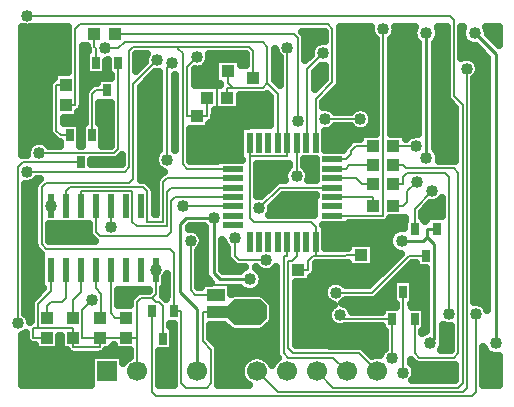
<source format=gbr>
%TF.GenerationSoftware,Novarm,DipTrace,3.0.0.2*%
%TF.CreationDate,2017-04-09T13:10:18+02:00*%
%FSLAX26Y26*%
%MOIN*%
%TF.FileFunction,Copper,L2,Bot*%
%TF.Part,Single*%
%AMOUTLINE0*
4,1,10,
-0.100394,0.019685,
-0.033465,0.019685,
-0.009843,0.043307,
0.076772,0.043307,
0.100394,0.019685,
0.100394,-0.019685,
0.076772,-0.043307,
-0.009843,-0.043307,
-0.033465,-0.019685,
-0.100394,-0.019685,
-0.100394,0.019685,
0*%
%TA.AperFunction,Conductor*%
%ADD13C,0.01*%
%ADD14C,0.007874*%
%ADD15C,0.007087*%
%TA.AperFunction,CopperBalancing*%
%ADD16C,0.025*%
%ADD20R,0.043307X0.03937*%
%ADD21R,0.03937X0.043307*%
%TA.AperFunction,ComponentPad*%
%ADD27R,0.066929X0.066929*%
%ADD28C,0.066929*%
%ADD30R,0.025591X0.041339*%
%ADD32R,0.059055X0.03937*%
%ADD37R,0.019685X0.066929*%
%ADD38R,0.066929X0.019685*%
%ADD39R,0.023622X0.07874*%
%TA.AperFunction,ViaPad*%
%ADD40C,0.04*%
%ADD80OUTLINE0*%
G75*
G01*
%LPD*%
X1244016Y838189D2*
D13*
X1145433D1*
X1125433Y858189D1*
Y1044016D1*
X1751220Y966634D2*
X1822051D1*
X1836224Y980807D1*
Y1006516D1*
X1868819D1*
X1833429Y1658744D2*
Y1242165D1*
X2064724Y624890D2*
Y1588385D1*
X1994366Y1658744D1*
X1836224Y980807D2*
X1859213Y957819D1*
Y638945D1*
X1845157Y624890D1*
X1125433Y1044016D2*
X1032362D1*
X1012362Y1024016D1*
Y795513D1*
X1069016Y738858D1*
Y531516D1*
X1845157Y624890D2*
D3*
X1488327Y1591575D2*
D14*
X1437067Y1540315D1*
Y1294016D1*
X1432992D1*
X1256516Y1510945D2*
D15*
Y1599646D1*
X1242343Y1613819D1*
X1006969D1*
X857008D1*
X842835Y1599646D1*
Y1211339D1*
X828661Y1197165D1*
X503799D1*
Y1717539D2*
X1911618D1*
X1925791Y1703366D1*
Y1448878D1*
X1954134Y1420535D1*
Y491232D1*
X1939961Y477059D1*
X1523472D1*
X1469016Y531516D1*
X1006969Y1613819D2*
Y1606732D1*
X1021142Y1592559D1*
Y1221575D1*
X1035315Y1207402D1*
X1188898D1*
Y1175906D2*
X968916D1*
X954744Y1161732D1*
Y1030728D1*
X903957D1*
Y1131516D1*
X889783Y1145689D1*
X645689D1*
X631516Y1131516D1*
Y1081516D1*
X1188898Y1144409D2*
X983092D1*
X968917Y1130236D1*
Y1016555D1*
X868131D1*
X853957Y1030728D1*
Y1131516D1*
X681516D1*
Y1081516D1*
X1188898Y1112913D2*
X997264D1*
X983091Y1098740D1*
Y997677D1*
X968917Y983504D1*
X745689D1*
X731516Y997677D1*
Y1081516D1*
X1021909Y1081417D2*
X1188898D1*
X781516Y1014134D2*
Y1081516D1*
X1464488Y1294016D2*
D14*
Y1440161D1*
X1520138Y1495811D1*
Y1672264D1*
X1504390Y1688012D1*
X678760D1*
X663012Y1672264D1*
Y1419016D1*
X631516D1*
X1656516Y1281516D2*
X1597760D1*
X1582012Y1265768D1*
Y1254646D1*
X1566264Y1238898D1*
X1519606D1*
Y1207402D2*
D15*
X1564488D1*
X1576102Y1219016D1*
X1656516D1*
Y1156516D2*
X1619756D1*
X1600366Y1175906D1*
X1519606D1*
X1275827Y1074646D2*
X1345591Y1144409D1*
X1519606D1*
X581516Y1081516D2*
D3*
X1401496Y1182382D2*
D14*
Y1294016D1*
X656516Y710945D2*
D15*
Y770492D1*
X681516Y795492D1*
Y868917D1*
X1968307Y1540673D2*
Y477059D1*
X1954134Y462886D1*
X1337646D1*
X1269016Y531516D1*
X1406516Y869016D2*
D14*
X1439980D1*
Y900941D1*
X1455728Y916689D1*
X1464488D1*
Y963307D1*
Y916689D2*
X1563717D1*
X1566043Y919016D1*
X1614587D1*
X1464488Y963307D2*
Y1012524D1*
X1448740Y1028272D1*
X1259764D1*
X1244016Y1044020D1*
Y1248740D1*
X1370000D1*
Y1294016D1*
X985472Y1560472D2*
X969016Y1544016D1*
Y1237717D1*
X1102087Y1444016D2*
Y1381516D1*
X1069016D1*
X1370000Y1294016D2*
Y1610886D1*
X1244016Y1248740D2*
Y1294016D1*
X1069016Y1381516D2*
X1036496D1*
Y1546555D1*
X1069016Y1579075D1*
X1756614Y527807D2*
D15*
Y797067D1*
X1613819Y1372087D2*
X1496299D1*
X1800984Y1162559D2*
X1769902Y1131476D1*
Y1095689D1*
X1755728Y1081516D1*
X1723445D1*
X1047362Y967051D2*
Y801299D1*
X1061535Y787126D1*
X1131516D1*
X1202382Y728071D2*
X1087559D1*
Y631371D1*
X1116024Y602906D1*
Y491228D1*
X1101850Y477055D1*
X1031417D1*
X1017244Y491228D1*
Y731516D1*
X993819D1*
Y926776D1*
X979644Y940950D1*
X565059D1*
X550886Y955123D1*
Y1145689D1*
X565059Y1159862D1*
X842833D1*
X857008Y1174035D1*
Y1490079D1*
X935945Y1569016D1*
X569016Y710945D2*
Y749350D1*
X583192Y763526D1*
X617343D1*
X631516Y777698D1*
Y868917D1*
X744016Y710945D2*
X749646D1*
Y790382D1*
X731516Y808512D1*
Y868917D1*
X831516Y710945D2*
X795689D1*
X781516Y725118D1*
Y868917D1*
X731713Y1559567D2*
Y1608173D1*
X727087Y1612799D1*
Y1656516D1*
X1723445Y1219016D2*
X1756516D1*
X1766909Y1208622D1*
X1925787D1*
X1939961Y1194449D1*
Y591345D1*
X1925787Y577173D1*
X1808190D1*
X1794016Y591346D1*
Y706516D1*
X1405256Y1367756D2*
Y1642343D1*
X1391083Y1656516D1*
X794016D1*
X542740Y1259764D2*
X792343D1*
X806516Y1273937D1*
Y1559567D1*
X1299492Y902756D2*
X1208189D1*
X1194016Y916929D1*
Y977087D1*
X769114Y1469016D2*
X732992D1*
X718819Y1454843D1*
Y1319016D1*
X1909331Y721791D2*
Y1180276D1*
X1895157Y1194449D1*
X1769902D1*
X1755728Y1180276D1*
Y1156516D1*
X1723445D1*
X1998937Y721791D2*
Y462882D1*
X1984764Y448709D1*
X933189D1*
X919016Y462882D1*
Y731516D1*
X644016Y1319016D2*
X614587D1*
X600413Y1333189D1*
Y1485945D1*
X631516D1*
X1851972Y1131929D2*
X1794016Y1073971D1*
Y1006516D1*
X1798071Y1281516D2*
X1723445D1*
X1169016Y1444016D2*
D14*
Y1477480D1*
X1187618D1*
X1289587D1*
X1303760Y1491654D1*
X1338504Y1456909D1*
Y1294016D1*
X1187618Y1477480D2*
X1173445Y1491654D1*
Y1531516D1*
X1303760Y1491654D2*
Y1613425D1*
X1288012Y1629173D1*
X827480D1*
X806417Y1608110D1*
X763130D1*
X1531516Y794016D2*
D15*
X1653610D1*
X1775559Y915965D1*
X1831417D1*
X473169Y691752D2*
Y1214291D1*
X487343Y1228465D1*
X681417D1*
X1519606Y1112913D2*
X1656516D1*
Y1081516D1*
X1689980Y1671260D2*
D14*
Y1049921D1*
X1519606D1*
X1569016Y531516D2*
X1523740Y576791D1*
X1373051D1*
X1357303Y592539D1*
Y916260D1*
X1370000D1*
Y963307D1*
X1669016Y531516D2*
X1607992Y592539D1*
X1388799D1*
X1373051Y608287D1*
Y900512D1*
X1385748D1*
X1401496Y916260D1*
Y963307D1*
X956417Y640965D2*
D15*
Y748642D1*
X942244Y762815D1*
X931516D1*
X917343Y776988D1*
X883189D1*
X869016Y762815D1*
Y644016D1*
X861831D1*
X831516D1*
X656516D2*
Y674646D1*
X538701D1*
X522244D1*
Y644016D1*
X569016D1*
X1719213Y574890D2*
Y706516D1*
X869016Y531516D2*
Y644016D1*
X931516Y868917D2*
Y791160D1*
X917343Y776988D1*
X744016Y644016D2*
X687146D1*
Y736949D1*
X719016Y768819D1*
X538701Y674646D2*
Y756291D1*
X581516Y799106D1*
Y868917D1*
X744016Y644016D2*
Y611732D1*
X656516D1*
Y644016D1*
X831516D2*
X774331D1*
X744016D1*
X1545689Y719016D2*
D3*
X1719213Y706516D2*
X1558189D1*
X1545689Y719016D1*
X931516Y868917D2*
D3*
X1188898Y1238898D2*
D14*
X1116890Y1238819D1*
X1519606Y1018425D2*
X1665768D1*
X1681516Y1002677D1*
Y965000D1*
X1667343Y950827D1*
X1681516D1*
Y939016D1*
X1681319Y938819D1*
Y919016D1*
X1245315Y610728D2*
X1147264D1*
X1131516Y626476D1*
Y669016D1*
X1169016Y1579075D2*
X1122264D1*
X1106516Y1563327D1*
Y1531516D1*
X915862Y1287244D2*
Y1220650D1*
X931516Y1204996D1*
Y1081516D1*
X1667343Y950827D2*
X1648051D1*
Y919016D1*
X1681319D1*
X1069016Y1314587D2*
X1102087D1*
X1117835Y1330335D1*
Y1407008D1*
X1121378Y1410551D1*
X1152874Y1379055D1*
X1240768D1*
X1256516Y1394803D1*
Y1444016D1*
X1116890Y1238819D2*
Y1245060D1*
X1096890Y1265060D1*
X1069016D1*
Y1314587D1*
X1116890Y1238819D2*
D3*
X1514291Y652087D2*
D3*
X1473445Y869016D2*
Y764520D1*
X1500827Y737138D1*
Y665551D1*
X1514291Y652087D1*
X1681319Y919016D2*
Y884764D1*
X1665571Y869016D1*
X1473445D1*
X1681319Y919016D2*
D3*
X1194016Y803189D2*
X1178583Y818622D1*
X1096965D1*
X1081217Y834370D1*
Y1008657D1*
X1131516Y669016D2*
X1298839D1*
X1314587Y684764D1*
Y787441D1*
X1298839Y803189D1*
X1194016D1*
X1106516Y1531516D2*
Y1491260D1*
X1122264Y1475512D1*
X1135551D1*
Y1410551D1*
X1121378D1*
X1681516Y919016D2*
D15*
X1681319D1*
D40*
X1488327Y1591575D3*
X503799Y1197165D3*
Y1717539D3*
X1021909Y1081417D3*
X781516Y1014134D3*
X581516Y1081516D3*
X1275827Y1074646D3*
X1401496Y1182382D3*
X1968307Y1540673D3*
X969016Y1237717D3*
X985472Y1560472D3*
X1069016Y1579075D3*
X1370000Y1610886D3*
X1756614Y527807D3*
X1496299Y1372087D3*
X1613819D3*
X1800984Y1162559D3*
X1047362Y967051D3*
X935945Y1569016D3*
X1405256Y1367756D3*
X542740Y1259764D3*
X1194016Y977087D3*
X1299492Y902756D3*
X1909331Y721791D3*
X1998937D3*
X1244016Y838189D3*
X1751220Y966634D3*
X1833429Y1242165D3*
Y1658744D3*
X1994366D3*
X2064724Y624890D3*
X1845157D3*
X1125433Y1044016D3*
X1851972Y1131929D3*
X1798071Y1281516D3*
X763130Y1608110D3*
X473169Y691752D3*
X1531516Y794016D3*
X1689980Y1671260D3*
X1545689Y719016D3*
X1719213Y574890D3*
X719016Y768819D3*
X931516Y868917D3*
X1514291Y652087D3*
X1081217Y1008657D3*
X1116890Y1238819D3*
X1681319Y919016D3*
X1245315Y610728D3*
X915862Y1287244D3*
X1194016Y803189D3*
X1169016Y1579075D3*
X487756Y1655860D2*
D16*
X635222D1*
X1427722D2*
X1492351D1*
X1547936D2*
X1649089D1*
X1730895D2*
X1787517D1*
X1879333D2*
X1899186D1*
X2040270D2*
X2071940D1*
X487756Y1630991D2*
X635222D1*
X1431872D2*
X1473259D1*
X1547936D2*
X1662175D1*
X1717761D2*
X1797429D1*
X1869421D2*
X1899186D1*
X487756Y1606122D2*
X635222D1*
X690808D2*
X701454D1*
X1431872D2*
X1447087D1*
X1547936D2*
X1662175D1*
X1717761D2*
X1802458D1*
X1864440D2*
X1899186D1*
X1952429D2*
X2004216D1*
X487756Y1581253D2*
X635222D1*
X869470D2*
X894743D1*
X1112829D2*
X1229899D1*
X1431872D2*
X1439762D1*
X1547936D2*
X1662175D1*
X1717761D2*
X1802458D1*
X1864440D2*
X1899186D1*
X1952429D2*
X2029069D1*
X487756Y1556385D2*
X635222D1*
X869470D2*
X886686D1*
X1106091D2*
X1127897D1*
X1218981D2*
X1229932D1*
X1331579D2*
X1342228D1*
X1547936D2*
X1662175D1*
X1717761D2*
X1802458D1*
X1864440D2*
X1899186D1*
X2008239D2*
X2033757D1*
X487756Y1531516D2*
X635222D1*
X1064294D2*
X1127897D1*
X1331579D2*
X1342228D1*
X1466540D2*
X1492351D1*
X1547936D2*
X1662175D1*
X1717761D2*
X1802458D1*
X1864440D2*
X1899186D1*
X2010339D2*
X2033757D1*
X487756Y1506647D2*
X585563D1*
X690808D2*
X733220D1*
X910192D2*
X941228D1*
X1064294D2*
X1127897D1*
X1331579D2*
X1342228D1*
X1464880D2*
X1492351D1*
X1547936D2*
X1662175D1*
X1717761D2*
X1802458D1*
X1864440D2*
X1899186D1*
X1994909D2*
X2033757D1*
X487756Y1481778D2*
X573796D1*
X690808D2*
X709147D1*
X885290D2*
X941228D1*
X1543688D2*
X1662175D1*
X1717761D2*
X1802458D1*
X1864440D2*
X1899186D1*
X1994909D2*
X2033757D1*
X487756Y1456910D2*
X573796D1*
X883630D2*
X941228D1*
X1519519D2*
X1662175D1*
X1717761D2*
X1802458D1*
X1864440D2*
X1899186D1*
X1994909D2*
X2033757D1*
X487756Y1432041D2*
X573796D1*
X883630D2*
X941228D1*
X1214538D2*
X1310710D1*
X1494665D2*
X1662175D1*
X1717761D2*
X1802458D1*
X1864440D2*
X1906022D1*
X1994909D2*
X2033757D1*
X487756Y1407172D2*
X573796D1*
X745446D2*
X779899D1*
X883630D2*
X941228D1*
X1214538D2*
X1310710D1*
X1519226D2*
X1590935D1*
X1636706D2*
X1662175D1*
X1717761D2*
X1802458D1*
X1864440D2*
X1927507D1*
X1994909D2*
X2033757D1*
X487756Y1382303D2*
X573796D1*
X675085D2*
X692204D1*
X745446D2*
X779899D1*
X883630D2*
X941228D1*
X1129870D2*
X1310710D1*
X1717761D2*
X1802458D1*
X1864440D2*
X1927507D1*
X1994909D2*
X2033757D1*
X487756Y1357434D2*
X573796D1*
X754724D2*
X779899D1*
X883630D2*
X941228D1*
X1112585D2*
X1310710D1*
X1654186D2*
X1662149D1*
X1717761D2*
X1802458D1*
X1864440D2*
X1927507D1*
X1994909D2*
X2033757D1*
X487756Y1332566D2*
X573796D1*
X754724D2*
X779899D1*
X883630D2*
X941228D1*
X1047741D2*
X1210319D1*
X1508044D2*
X1602067D1*
X1625573D2*
X1662175D1*
X1717761D2*
X1802458D1*
X1864440D2*
X1927507D1*
X1994909D2*
X2033757D1*
X487756Y1307697D2*
X589323D1*
X754724D2*
X779899D1*
X883630D2*
X941228D1*
X1047741D2*
X1210319D1*
X1498181D2*
X1611003D1*
X1864440D2*
X1927507D1*
X1994909D2*
X2033757D1*
X487756Y1282828D2*
X506853D1*
X883630D2*
X941228D1*
X1047741D2*
X1210319D1*
X1498181D2*
X1560856D1*
X1864440D2*
X1927507D1*
X1994909D2*
X2033757D1*
X487756Y1257959D2*
X499675D1*
X883630D2*
X930436D1*
X1047741D2*
X1210319D1*
X1876452D2*
X1927507D1*
X1994909D2*
X2033757D1*
X717321Y1233091D2*
X816228D1*
X883630D2*
X925407D1*
X1047741D2*
X1132341D1*
X1429284D2*
X1462272D1*
X1878454D2*
X1927507D1*
X1994909D2*
X2033757D1*
X883630Y1208222D2*
X937517D1*
X1271813D2*
X1366667D1*
X1436315D2*
X1462272D1*
X1994909D2*
X2033757D1*
X883630Y1183353D2*
X939763D1*
X1271813D2*
X1357634D1*
X1445349D2*
X1463054D1*
X1994909D2*
X2033757D1*
X518591Y1158484D2*
X527927D1*
X913610D2*
X928087D1*
X1271813D2*
X1323063D1*
X1994909D2*
X2033757D1*
X499792Y1133616D2*
X524284D1*
X1271813D2*
X1298210D1*
X1994909D2*
X2033757D1*
X499792Y1108747D2*
X524284D1*
X1346520D2*
X1457145D1*
X1994909D2*
X2033757D1*
X499792Y1083878D2*
X524284D1*
X1321667D2*
X1457145D1*
X1840515D2*
X1882731D1*
X1994909D2*
X2033757D1*
X499792Y1059009D2*
X524284D1*
X1315759D2*
X1457145D1*
X1820642D2*
X1882731D1*
X1994909D2*
X2033757D1*
X499792Y1034140D2*
X524284D1*
X1712243D2*
X1758122D1*
X1994909D2*
X2033757D1*
X499792Y1009272D2*
X524284D1*
X577526D2*
X704899D1*
X1043347D2*
X1094450D1*
X1498181D2*
X1740104D1*
X1994909D2*
X2033757D1*
X499792Y984403D2*
X524284D1*
X577526D2*
X708903D1*
X1086560D2*
X1094427D1*
X1498181D2*
X1709001D1*
X1994909D2*
X2033757D1*
X499792Y959534D2*
X524284D1*
X1498181D2*
X1569060D1*
X1660095D2*
X1705827D1*
X1994909D2*
X2033757D1*
X499792Y934665D2*
X534733D1*
X1074304D2*
X1094450D1*
X1156433D2*
X1167425D1*
X1660095D2*
X1719206D1*
X1994909D2*
X2033757D1*
X499792Y909797D2*
X546599D1*
X1073962D2*
X1094450D1*
X1156433D2*
X1168454D1*
X1660095D2*
X1732780D1*
X1994909D2*
X2033757D1*
X499792Y884928D2*
X546599D1*
X1073962D2*
X1094450D1*
X1156433D2*
X1189470D1*
X1467761D2*
X1569060D1*
X1660095D2*
X1707927D1*
X1781140D2*
X1795524D1*
X1994909D2*
X2033757D1*
X499792Y860059D2*
X546599D1*
X1073962D2*
X1094450D1*
X1284118D2*
X1329509D1*
X1466149D2*
X1683024D1*
X1756237D2*
X1828239D1*
X1994909D2*
X2033757D1*
X499792Y835190D2*
X546599D1*
X1073962D2*
X1105632D1*
X1289929D2*
X1329509D1*
X1452038D2*
X1658171D1*
X1792517D2*
X1828239D1*
X1994909D2*
X2033757D1*
X499792Y810322D2*
X546599D1*
X1279919D2*
X1329509D1*
X1400866D2*
X1491862D1*
X1706530D2*
X1720720D1*
X1792517D2*
X1828239D1*
X1994909D2*
X2033757D1*
X499792Y785453D2*
X531267D1*
X808142D2*
X855046D1*
X957458D2*
X967232D1*
X1296667D2*
X1329509D1*
X1400866D2*
X1489323D1*
X1681677D2*
X1720720D1*
X1792517D2*
X1828239D1*
X1994909D2*
X2033757D1*
X499792Y760584D2*
X512468D1*
X808142D2*
X842399D1*
X1321374D2*
X1329524D1*
X1400866D2*
X1506022D1*
X1557019D2*
X1720720D1*
X1792517D2*
X1828239D1*
X2013366D2*
X2033757D1*
X499792Y735715D2*
X512077D1*
X1400866D2*
X1506218D1*
X1585192D2*
X1683317D1*
X1400866Y710847D2*
X1503435D1*
X983044Y685978D2*
X990650D1*
X1114196D2*
X1159733D1*
X1311950D2*
X1329509D1*
X1400866D2*
X1519597D1*
X1114196Y661109D2*
X1329509D1*
X1400866D2*
X1692595D1*
X1890222D2*
X1913347D1*
X487756Y636240D2*
X496892D1*
X1119274D2*
X1329509D1*
X1400866D2*
X1692595D1*
X1890075D2*
X1913347D1*
X487756Y611371D2*
X526237D1*
X1141101D2*
X1329509D1*
X1627380D2*
X1692595D1*
X1889001D2*
X1913347D1*
X487756Y586503D2*
X842399D1*
X945642D2*
X990642D1*
X1142663D2*
X1330241D1*
X1652282D2*
X1677800D1*
X2025573D2*
X2041737D1*
X487756Y561634D2*
X712468D1*
X945642D2*
X990642D1*
X1142663D2*
X1221647D1*
X2025573D2*
X2071940D1*
X487756Y536765D2*
X712468D1*
X945642D2*
X990642D1*
X1142663D2*
X1212712D1*
X1798718D2*
X1927507D1*
X2025573D2*
X2071940D1*
X487756Y511896D2*
X712468D1*
X945642D2*
X990642D1*
X1142663D2*
X1216130D1*
X1796472D2*
X1927507D1*
X2025573D2*
X2071940D1*
X487756Y487028D2*
X712468D1*
X945642D2*
X990983D1*
X1142272D2*
X1235808D1*
X2025573D2*
X2071940D1*
X1584059Y960075D2*
X1657614D1*
Y877957D1*
X1571559D1*
X1571538Y892617D1*
X1565702Y891456D1*
X1466183Y891378D1*
X1465291Y888441D1*
X1464980Y865056D1*
X1463365Y859330D1*
X1460457Y854138D1*
X1456419Y849769D1*
X1451471Y846463D1*
X1449543Y845586D1*
Y827957D1*
X1398323D1*
X1398362Y618725D1*
X1401299Y617850D1*
X1611952Y617539D1*
X1617678Y615924D1*
X1622870Y613016D1*
X1625890Y610437D1*
X1652510Y583817D1*
X1660437Y585679D1*
X1669016Y586354D1*
X1677594Y585679D1*
X1679953Y585210D1*
X1683050Y593316D1*
X1686377Y598746D1*
X1690514Y603589D1*
X1695092Y607517D1*
X1695083Y665271D1*
X1685831Y665260D1*
Y682398D1*
X1563141Y682386D1*
X1555164Y679551D1*
X1548873Y678554D1*
X1542505D1*
X1536214Y679551D1*
X1530157Y681519D1*
X1524483Y684410D1*
X1519330Y688153D1*
X1514827Y692657D1*
X1511083Y697809D1*
X1508192Y703484D1*
X1506224Y709541D1*
X1505227Y715831D1*
Y722200D1*
X1506224Y728491D1*
X1508192Y734548D1*
X1511083Y740222D1*
X1514827Y745375D1*
X1519330Y749878D1*
X1525058Y753944D1*
X1518974Y755416D1*
X1513090Y757853D1*
X1507660Y761180D1*
X1502817Y765317D1*
X1498680Y770160D1*
X1495353Y775590D1*
X1492916Y781474D1*
X1491429Y787667D1*
X1490929Y794016D1*
X1491429Y800365D1*
X1492916Y806558D1*
X1495353Y812442D1*
X1498680Y817872D1*
X1502817Y822715D1*
X1507660Y826851D1*
X1513090Y830179D1*
X1518974Y832616D1*
X1525167Y834103D1*
X1531516Y834602D1*
X1537865Y834103D1*
X1544058Y832616D1*
X1549942Y830179D1*
X1555372Y826851D1*
X1560215Y822715D1*
X1564143Y818136D1*
X1643674Y818146D1*
X1748656Y923186D1*
X1741066Y924336D1*
X1734574Y926445D1*
X1728492Y929544D1*
X1722969Y933556D1*
X1718143Y938383D1*
X1714131Y943905D1*
X1711032Y949987D1*
X1708922Y956479D1*
X1707855Y963221D1*
Y970047D1*
X1708922Y976789D1*
X1711032Y983281D1*
X1714131Y989363D1*
X1718143Y994885D1*
X1722969Y999712D1*
X1728492Y1003724D1*
X1734574Y1006823D1*
X1741066Y1008932D1*
X1747808Y1010000D1*
X1754633D1*
X1760629Y1009080D1*
X1760634Y1041228D1*
X1713781Y1041244D1*
X1711562Y1036696D1*
X1707878Y1032024D1*
X1703205Y1028340D1*
X1697802Y1025849D1*
X1691966Y1024688D1*
X1574404Y1024610D1*
X1574445Y1018705D1*
X1489100Y1018432D1*
X1489156Y1018151D1*
X1495705Y1018146D1*
Y942022D1*
X1555516Y942000D1*
X1560135Y943628D1*
X1566377Y944314D1*
X1571561Y944327D1*
X1571559Y960075D1*
X1584059D1*
X1142917Y1572575D2*
X1216472D1*
Y1553190D1*
X1232406Y1553185D1*
X1232386Y1589705D1*
X1108993Y1589689D1*
X1110262Y1582321D1*
Y1575829D1*
X1109247Y1569416D1*
X1107240Y1563242D1*
X1104293Y1557457D1*
X1100477Y1552205D1*
X1095886Y1547614D1*
X1090634Y1543798D1*
X1084849Y1540850D1*
X1078674Y1538844D1*
X1072262Y1537828D1*
X1063791Y1538063D1*
X1061807Y1534055D1*
Y1485081D1*
X1144943Y1485302D1*
X1146672Y1489344D1*
X1141472Y1490457D1*
X1130417D1*
Y1572575D1*
X1142917D1*
X1110075Y1357502D2*
Y1338488D1*
X1045280D1*
X1045272Y1231573D1*
X1134876Y1231532D1*
X1134847Y1237831D1*
X1218684D1*
X1212799Y1239177D1*
Y1348854D1*
X1239215D1*
X1239177Y1353972D1*
X1311847Y1353923D1*
X1313193Y1356516D1*
Y1446408D1*
X1303377Y1456241D1*
X1297408Y1453408D1*
X1291573Y1452247D1*
X1211999Y1452169D1*
X1212044Y1402956D1*
X1127390D1*
X1127086Y1377556D1*
X1125471Y1371830D1*
X1122564Y1366638D1*
X1118525Y1362269D1*
X1113578Y1358963D1*
X1111372Y1357984D1*
X727465Y585567D2*
X823067D1*
Y559932D1*
X827915Y566619D1*
X833912Y572617D1*
X840774Y577602D1*
X844914Y579877D1*
X844886Y601779D1*
X791244Y601775D1*
Y619891D1*
X784288Y611256D1*
Y601775D1*
X765977D1*
X763537Y597549D1*
X759687Y593384D1*
X754971Y590232D1*
X749649Y588269D1*
X743683Y587615D1*
X654623Y587677D1*
X649059Y588783D1*
X643908Y591158D1*
X639453Y594670D1*
X635942Y599124D1*
X634288Y601775D1*
X616244D1*
Y650555D1*
X609287Y648756D1*
Y601775D1*
X528744D1*
Y619891D1*
X518469Y620183D1*
X513010Y621722D1*
X508061Y624494D1*
X503895Y628345D1*
X500744Y633061D1*
X498781Y638383D1*
X498114Y644016D1*
Y659690D1*
X491595Y655589D1*
X485244Y653020D1*
X485256Y485256D1*
X714992D1*
X714965Y585567D1*
X727465D1*
X1241107Y485243D2*
X1233912Y490415D1*
X1227915Y496412D1*
X1222930Y503274D1*
X1219079Y510831D1*
X1216458Y518898D1*
X1215131Y527275D1*
Y535757D1*
X1216458Y544134D1*
X1219079Y552200D1*
X1222930Y559757D1*
X1227915Y566619D1*
X1233912Y572617D1*
X1240774Y577602D1*
X1248331Y581453D1*
X1256398Y584073D1*
X1264775Y585400D1*
X1273257D1*
X1281634Y584073D1*
X1289700Y581453D1*
X1297257Y577602D1*
X1304119Y572617D1*
X1310117Y566619D1*
X1315102Y559757D1*
X1318571Y553028D1*
X1322258Y560169D1*
X1327316Y567131D1*
X1333401Y573215D1*
X1337719Y576507D1*
X1334751Y581048D1*
X1332691Y586631D1*
X1332005Y592873D1*
X1331992Y878428D1*
X1328191Y874057D1*
X1323348Y869921D1*
X1317918Y866593D1*
X1312034Y864156D1*
X1305841Y862669D1*
X1299492Y862169D1*
X1293143Y862669D1*
X1286950Y864156D1*
X1281066Y866593D1*
X1275636Y869921D1*
X1270793Y874057D1*
X1266865Y878636D1*
X1266744Y875279D1*
X1272267Y871267D1*
X1277093Y866440D1*
X1281106Y860918D1*
X1284205Y854836D1*
X1286314Y848344D1*
X1287382Y841602D1*
Y834776D1*
X1286314Y828034D1*
X1284205Y821542D1*
X1281106Y815460D1*
X1277093Y809938D1*
X1272267Y805111D1*
X1266744Y801099D1*
X1260662Y798000D1*
X1254171Y795891D1*
X1247429Y794823D1*
X1240603D1*
X1233861Y795891D1*
X1227369Y798000D1*
X1221287Y801099D1*
X1215765Y805111D1*
X1211165Y809693D1*
X1181662Y809689D1*
X1181783Y788931D1*
X1186178Y790957D1*
X1190924Y791901D1*
X1280769D1*
X1285515Y790957D1*
X1289910Y788931D1*
X1293711Y785935D1*
X1319431Y759856D1*
X1321795Y755634D1*
X1323109Y750976D1*
X1323362Y747756D1*
X1323109Y705165D1*
X1321795Y700508D1*
X1319431Y696285D1*
X1317333Y693829D1*
X1291254Y668109D1*
X1287032Y665744D1*
X1282374Y664431D1*
X1279154Y664177D1*
X1189319Y664431D1*
X1184661Y665744D1*
X1180439Y668109D1*
X1177982Y670207D1*
X1160408Y687781D1*
X1111642Y687799D1*
X1111689Y641303D1*
X1134373Y618576D1*
X1137524Y613860D1*
X1139487Y608538D1*
X1140140Y602572D1*
X1140079Y489335D1*
X1139388Y485246D1*
X1241066Y485256D1*
X765095Y1566789D2*
Y1518311D1*
X698331D1*
Y1600823D1*
X706192D1*
X704138Y1605343D1*
X703031Y1610906D1*
X702957Y1616266D1*
X688291Y1616244D1*
X688245Y1417030D1*
X687084Y1411194D1*
X684593Y1405791D1*
X680909Y1401118D1*
X676237Y1397434D1*
X672574Y1395586D1*
X672575Y1375988D1*
X624577D1*
X624543Y1360310D1*
X677398Y1360271D1*
Y1283892D1*
X685465Y1283894D1*
X685437Y1360271D1*
X694666D1*
X694763Y1456736D1*
X695870Y1462299D1*
X698245Y1467450D1*
X702001Y1472131D1*
X718809Y1488537D1*
X723758Y1491309D1*
X729217Y1492849D1*
X735775Y1493146D1*
X735733Y1510271D1*
X782363D1*
X782386Y1518322D1*
X773134Y1518311D1*
Y1567969D1*
X765095Y1566813D1*
X782428Y1427760D2*
X742975D1*
X742949Y1360262D1*
X752201Y1360271D1*
Y1283892D1*
X782368Y1283894D1*
X782386Y1427794D1*
X1818105Y1047771D2*
X1827398D1*
X1827417Y1033621D1*
X1832174Y1034713D1*
X1832524Y1050685D1*
X1885209D1*
X1885201Y1108657D1*
X1880672Y1103230D1*
X1875829Y1099094D1*
X1870398Y1095766D1*
X1864514Y1093329D1*
X1858322Y1091842D1*
X1851972Y1091343D1*
X1845957Y1091803D1*
X1818109Y1063939D1*
X1818146Y1047750D1*
X1827417Y1033621D1*
X1831766Y1034665D1*
X1830766Y874708D2*
X1798036D1*
Y891847D1*
X1785568Y891835D1*
X1732027Y838308D1*
X1789996Y838323D1*
Y755811D1*
X1780768D1*
X1785634Y747772D1*
X1827398D1*
Y665260D1*
X1818169D1*
X1819589Y660082D1*
X1825409Y663649D1*
X1830726Y665896D1*
X1830713Y874736D1*
X610634Y1283863D2*
Y1295191D1*
X605352Y1296723D1*
X600403Y1299494D1*
X597524Y1301953D1*
X580892Y1319006D1*
X578120Y1323955D1*
X576580Y1329414D1*
X576283Y1333189D1*
X576580Y1489720D1*
X578120Y1495179D1*
X580892Y1500128D1*
X584742Y1504293D1*
X589459Y1507445D1*
X591242Y1508261D1*
X591244Y1528185D1*
X637680D1*
X637779Y1674250D1*
X639087Y1680486D1*
X638940Y1680085D1*
X639087Y1680486D1*
X624429Y1680728D1*
X520865D1*
X513274Y1678074D1*
X506984Y1677078D1*
X500615D1*
X494324Y1678074D1*
X486741Y1680746D1*
X485256Y1680728D1*
X485449Y1252520D1*
X502821Y1252595D1*
X502154Y1259764D1*
X502653Y1266113D1*
X504140Y1272306D1*
X506577Y1278190D1*
X509905Y1283620D1*
X514041Y1288463D1*
X518884Y1292599D1*
X524314Y1295927D1*
X530198Y1298364D1*
X536391Y1299851D1*
X542740Y1300350D1*
X549089Y1299851D1*
X555282Y1298364D1*
X561166Y1295927D1*
X566596Y1292599D1*
X571439Y1288463D1*
X575367Y1283884D1*
X610660Y1283894D1*
X608954Y1295552D1*
X603632Y1297516D1*
X598915Y1300667D1*
X597524Y1301953D1*
X714800Y1235687D2*
Y1221234D1*
X818665Y1221295D1*
X818705Y1252012D1*
X806526Y1240242D1*
X801577Y1237471D1*
X796117Y1235931D1*
X792343Y1235634D1*
X714755D1*
X1698331Y747772D2*
X1732462D1*
X1732484Y755786D1*
X1723232Y755811D1*
Y829493D1*
X1669281Y775667D1*
X1664565Y772516D1*
X1659243Y770553D1*
X1653277Y769899D1*
X1564108Y769886D1*
X1560215Y765317D1*
X1555372Y761180D1*
X1552147Y759088D1*
X1558231Y757616D1*
X1564115Y755179D1*
X1569545Y751851D1*
X1574388Y747715D1*
X1578524Y742872D1*
X1581852Y737442D1*
X1584549Y730635D1*
X1685875Y730646D1*
X1685831Y747772D1*
X1698331D1*
X993168Y690260D2*
X980570D1*
X980547Y682187D1*
X989799Y682220D1*
Y599709D1*
X943168D1*
X943146Y485276D1*
X993898Y485256D1*
X993188Y489335D1*
X993114Y690301D1*
X805649Y753185D2*
X844906D1*
X845183Y766590D1*
X846723Y772049D1*
X849494Y776998D1*
X851953Y779877D1*
X869006Y796510D1*
X873955Y799281D1*
X879414Y800821D1*
X883189Y801118D1*
X907359D1*
X907319Y803055D1*
X805610D1*
X805646Y753146D1*
X1093902Y827398D2*
X1115923D1*
X1102376Y841437D1*
X1099103Y847282D1*
X1097284Y853731D1*
X1096933Y858189D1*
Y1011167D1*
X1092582Y1015520D1*
X1044134Y1015516D1*
X1040879Y1012228D1*
X1041013Y1007138D1*
X1047362Y1007638D1*
X1053711Y1007138D1*
X1059904Y1005651D1*
X1065788Y1003214D1*
X1071218Y999886D1*
X1076061Y995750D1*
X1080197Y990907D1*
X1083525Y985477D1*
X1085962Y979593D1*
X1087449Y973400D1*
X1087949Y967051D1*
X1087449Y960702D1*
X1085962Y954509D1*
X1083525Y948625D1*
X1080197Y943195D1*
X1076061Y938352D1*
X1071482Y934424D1*
X1071492Y811241D1*
X1081408Y811256D1*
X1081402Y827398D1*
X1093902D1*
X1625988Y1322575D2*
X1664709D1*
X1664669Y1638544D1*
X1658519Y1644390D1*
X1654703Y1649642D1*
X1651756Y1655427D1*
X1649749Y1661601D1*
X1648734Y1668014D1*
Y1674506D1*
X1649712Y1680732D1*
X1544009Y1680728D1*
X1545371Y1674250D1*
X1545449Y1495811D1*
X1544750Y1489902D1*
X1542690Y1484320D1*
X1539384Y1479373D1*
X1489802Y1429680D1*
X1489950Y1412174D1*
X1496299Y1412673D1*
X1502648Y1412174D1*
X1508841Y1410687D1*
X1514725Y1408250D1*
X1520155Y1404922D1*
X1524998Y1400786D1*
X1528926Y1396207D1*
X1581211Y1396217D1*
X1585120Y1400786D1*
X1589963Y1404922D1*
X1595393Y1408250D1*
X1601277Y1410687D1*
X1607470Y1412174D1*
X1613819Y1412673D1*
X1620168Y1412174D1*
X1626361Y1410687D1*
X1632245Y1408250D1*
X1637675Y1404922D1*
X1642518Y1400786D1*
X1646654Y1395943D1*
X1649982Y1390513D1*
X1652419Y1384629D1*
X1653906Y1378436D1*
X1654406Y1372087D1*
X1653906Y1365737D1*
X1652419Y1359545D1*
X1649982Y1353661D1*
X1646654Y1348230D1*
X1642518Y1343388D1*
X1637675Y1339251D1*
X1632245Y1335924D1*
X1626361Y1333486D1*
X1620168Y1332000D1*
X1613819Y1331500D1*
X1607470Y1332000D1*
X1601277Y1333486D1*
X1595393Y1335924D1*
X1589963Y1339251D1*
X1585120Y1343388D1*
X1581192Y1347966D1*
X1528907Y1347957D1*
X1524998Y1343388D1*
X1520155Y1339251D1*
X1514725Y1335924D1*
X1508841Y1333486D1*
X1502648Y1332000D1*
X1495715Y1331523D1*
X1495705Y1270095D1*
X1557102Y1270114D1*
X1558627Y1275454D1*
X1561535Y1280645D1*
X1564114Y1283665D1*
X1582882Y1301993D1*
X1588074Y1304900D1*
X1593800Y1306515D1*
X1597760Y1306827D1*
X1613531D1*
X1613488Y1322575D1*
X1625988D1*
X1715238Y1321787D2*
X1765685D1*
Y1306016D1*
X1771712Y1312378D1*
X1776864Y1316122D1*
X1782539Y1319013D1*
X1788596Y1320981D1*
X1794886Y1321977D1*
X1801255D1*
X1804945Y1321498D1*
X1804929Y1625906D1*
X1800351Y1630493D1*
X1796339Y1636015D1*
X1793240Y1642097D1*
X1791131Y1648589D1*
X1790063Y1655331D1*
Y1662157D1*
X1791131Y1668899D1*
X1793240Y1675391D1*
X1795929Y1680739D1*
X1730240Y1680728D1*
X1731227Y1674506D1*
Y1668014D1*
X1730211Y1661601D1*
X1728205Y1655427D1*
X1725257Y1649642D1*
X1721441Y1644390D1*
X1715286Y1638565D1*
X1715291Y1321797D1*
X1464797Y1239177D2*
X1426758D1*
X1426807Y1215158D1*
X1432957Y1209252D1*
X1436773Y1204000D1*
X1439721Y1198215D1*
X1441727Y1192040D1*
X1442743Y1185628D1*
Y1179136D1*
X1441727Y1172723D1*
X1440454Y1168537D1*
X1465561Y1168539D1*
X1465604Y1206335D1*
X1464768Y1207681D1*
Y1239175D1*
X1439209Y1239177D1*
X1465555Y1117787D2*
Y1120326D1*
X1459650Y1117752D1*
X1465558D1*
X1457106Y1120280D1*
X1355532D1*
X1315938Y1080632D1*
X1316413Y1074646D1*
X1315914Y1068297D1*
X1314427Y1062104D1*
X1311990Y1056220D1*
X1310499Y1053559D1*
X1450726Y1053505D1*
X1456562Y1052344D1*
X1458814Y1051477D1*
X1459650Y1057583D1*
Y1117752D1*
X613913Y1021588D2*
X574997Y1021559D1*
X575016Y965074D1*
X730018Y965155D1*
X713167Y982006D1*
X710016Y986722D1*
X708052Y992044D1*
X707399Y998010D1*
X707386Y1021554D1*
X599118Y1021608D1*
X963914Y844450D2*
Y808960D1*
X955662D1*
X955349Y787385D1*
X954436Y783626D1*
X959307Y779877D1*
X966385Y772799D1*
X969689Y781516D1*
Y855100D1*
X966122Y847711D1*
X963912Y844504D1*
X557224Y808960D2*
X549118D1*
Y922879D1*
X532537Y939452D1*
X529386Y944169D1*
X527423Y949490D1*
X526769Y955456D1*
X526830Y1147582D1*
X527937Y1153146D1*
X530312Y1158297D1*
X534068Y1162978D1*
X544100Y1173028D1*
X536425Y1173035D1*
X532498Y1168466D1*
X527655Y1164330D1*
X522225Y1161002D1*
X516341Y1158565D1*
X510148Y1157078D1*
X503799Y1156579D1*
X497291Y1157110D1*
X497299Y724399D1*
X501868Y720451D1*
X506005Y715608D1*
X509332Y710178D1*
X511769Y704294D1*
X513378Y697075D1*
X514571Y699646D1*
X514868Y760066D1*
X516408Y765525D1*
X519179Y770475D1*
X521638Y773354D1*
X557256Y808971D1*
X1494836Y1550718D2*
X1488327Y1550201D1*
X1483102Y1550563D1*
X1462341Y1529794D1*
X1462378Y1473860D1*
X1494824Y1506293D1*
X1494827Y1550743D1*
X1447314Y1586350D2*
X1446953Y1591575D1*
X1447462Y1598047D1*
X1448978Y1604360D1*
X1451462Y1610358D1*
X1454854Y1615894D1*
X1459071Y1620831D1*
X1464008Y1625047D1*
X1469543Y1628439D1*
X1475541Y1630924D1*
X1481854Y1632439D1*
X1488327Y1632949D1*
X1494836Y1632432D1*
X1494827Y1661778D1*
X1491890Y1662701D1*
X1418989D1*
X1424777Y1656526D1*
X1427549Y1651577D1*
X1429089Y1646117D1*
X1429386Y1629843D1*
Y1568368D1*
X1447308Y1586352D1*
X1269319Y1114701D2*
X1275827Y1115232D1*
X1281842Y1114772D1*
X1331407Y1163931D1*
X1336356Y1166703D1*
X1341816Y1168242D1*
X1345591Y1168539D1*
X1362534D1*
X1360631Y1175910D1*
X1360122Y1182382D1*
X1360631Y1188854D1*
X1362147Y1195167D1*
X1364632Y1201165D1*
X1368024Y1206701D1*
X1372240Y1211638D1*
X1376190Y1215076D1*
X1375909Y1224128D1*
X1370000Y1223429D1*
X1269268D1*
X1269327Y1114707D1*
X2008769Y1537489D2*
X2007772Y1531198D1*
X2005804Y1525141D1*
X2002913Y1519467D1*
X1999169Y1514314D1*
X1994666Y1509811D1*
X1992427Y1508046D1*
X1992588Y761878D1*
X1998937Y762378D1*
X2005286Y761878D1*
X2011479Y760392D1*
X2017363Y757954D1*
X2022793Y754627D1*
X2027636Y750490D1*
X2031772Y745648D1*
X2035100Y740217D1*
X2036241Y737741D1*
X2036224Y1576599D1*
X1997443Y1615361D1*
X1990953Y1615378D1*
X1984211Y1616446D1*
X1977719Y1618555D1*
X1971637Y1621654D1*
X1966115Y1625666D1*
X1961288Y1630493D1*
X1957276Y1636015D1*
X1954177Y1642097D1*
X1952068Y1648589D1*
X1951000Y1655331D1*
Y1662157D1*
X1952068Y1668899D1*
X1954177Y1675391D1*
X1956866Y1680739D1*
X1949921Y1678366D1*
Y1576852D1*
X1955765Y1579273D1*
X1961958Y1580760D1*
X1968307Y1581260D1*
X1974656Y1580760D1*
X1980849Y1579273D1*
X1986733Y1576836D1*
X1992163Y1573508D1*
X1997006Y1569372D1*
X2001142Y1564529D1*
X2004470Y1559099D1*
X2006907Y1553215D1*
X2008394Y1547022D1*
X2008894Y1540673D1*
X2008769Y1537489D1*
X958588Y1197703D2*
X953183Y1199492D1*
X947398Y1202439D1*
X942145Y1206255D1*
X937555Y1210846D1*
X933739Y1216099D1*
X930791Y1221883D1*
X928785Y1228058D1*
X927769Y1234470D1*
Y1240963D1*
X928785Y1247375D1*
X930791Y1253550D1*
X933739Y1259334D1*
X937555Y1264587D1*
X943710Y1270411D1*
X943705Y1529172D1*
X935945Y1528429D1*
X929930Y1528889D1*
X881108Y1480054D1*
X881064Y1172142D1*
X880755Y1169831D1*
X893558Y1169522D1*
X899018Y1167982D1*
X903967Y1165211D1*
X906846Y1162751D1*
X923478Y1145699D1*
X926250Y1140750D1*
X927790Y1135291D1*
X928087Y1131516D1*
Y1054807D1*
X930666Y1054858D1*
X930689Y1163625D1*
X931795Y1169189D1*
X934170Y1174340D1*
X937926Y1179021D1*
X954732Y1195426D1*
X958358Y1197588D1*
X994321Y1270411D2*
X997032Y1268118D1*
X997012Y1520745D1*
X994322Y1520081D1*
X994327Y1270432D1*
X1344694Y1578191D2*
X1340744Y1581630D1*
X1336528Y1586567D1*
X1333135Y1592102D1*
X1330651Y1598101D1*
X1329059Y1605056D1*
X1329071Y1502146D1*
X1344687Y1486522D1*
X1344689Y1578147D1*
X1797076Y524623D2*
X1796079Y518332D1*
X1794111Y512275D1*
X1791220Y506601D1*
X1787231Y501183D1*
X1929967Y501189D1*
X1930004Y553390D1*
X1925787Y553043D1*
X1804416Y553340D1*
X1798956Y554880D1*
X1794007Y557652D1*
X1791129Y560110D1*
X1780726Y570511D1*
X1782973Y558669D1*
X1787476Y554166D1*
X1791220Y549014D1*
X1794111Y543339D1*
X1796079Y537282D1*
X1797076Y530991D1*
Y524623D1*
X895818Y1563000D2*
X895358Y1569016D1*
X895858Y1575365D1*
X897345Y1581558D1*
X899782Y1587442D1*
X901053Y1589712D1*
X866986Y1589689D1*
X866965Y1534167D1*
X895775Y1562971D1*
X1169896Y944459D2*
X1165317Y948388D1*
X1161180Y953230D1*
X1157853Y958661D1*
X1155416Y964545D1*
X1153919Y970824D1*
X1153933Y869943D1*
X1157221Y866706D1*
X1211107Y866689D1*
X1215765Y871267D1*
X1221287Y875279D1*
X1228083Y878641D1*
X1204414Y878923D1*
X1198955Y880463D1*
X1194006Y883234D1*
X1191126Y885693D1*
X1174494Y902746D1*
X1171723Y907695D1*
X1170183Y913154D1*
X1169886Y916929D1*
Y944419D1*
X1915839Y681736D2*
X1909331Y681205D1*
X1902982Y681704D1*
X1896789Y683191D1*
X1890905Y685628D1*
X1887700Y687469D1*
X1887577Y636301D1*
X1888523Y628303D1*
Y621477D1*
X1887456Y614735D1*
X1885346Y608243D1*
X1881662Y601285D1*
X1915856Y601303D1*
X1915831Y681726D1*
X1876795Y1238752D2*
X1875870Y1232730D1*
X1927681Y1232678D1*
X1929990Y1232370D1*
X1930004Y1410519D1*
X1906270Y1434695D1*
X1903498Y1439644D1*
X1901958Y1445103D1*
X1901661Y1448878D1*
Y1680763D1*
X1870962Y1680728D1*
X1873618Y1675391D1*
X1875727Y1668899D1*
X1876795Y1662157D1*
Y1655331D1*
X1875727Y1648589D1*
X1873618Y1642097D1*
X1870519Y1636015D1*
X1866507Y1630493D1*
X1861925Y1625893D1*
X1861929Y1275004D1*
X1866507Y1270416D1*
X1870519Y1264894D1*
X1873618Y1258812D1*
X1875727Y1252320D1*
X1876795Y1245578D1*
Y1238752D1*
X2031867Y1680739D2*
X2034555Y1675391D1*
X2036664Y1668899D1*
X2037732Y1662157D1*
X2037745Y1655664D1*
X2074422Y1618992D1*
X2074429Y1680728D1*
X2031900D1*
X2074447Y582506D2*
X2068137Y581524D1*
X2061311D1*
X2054570Y582592D1*
X2048078Y584701D1*
X2041996Y587800D1*
X2036473Y591812D1*
X2031647Y596639D1*
X2027635Y602161D1*
X2024536Y608243D1*
X2023053Y612513D1*
X2023067Y485219D1*
X2074429Y485256D1*
Y582473D1*
D20*
X1614587Y919016D3*
X1681516D3*
X1106516Y1531516D3*
X1173445D3*
D21*
X1069016Y1381516D3*
Y1314587D3*
D20*
X1406516Y869016D3*
X1473445D3*
D27*
X769016Y531516D3*
D28*
X869016D3*
X969016D3*
X1069016D3*
X1169016D3*
X1269016D3*
X1369016D3*
X1469016D3*
X1569016D3*
X1669016D3*
D21*
X569016Y644016D3*
Y710945D3*
X656516Y644016D3*
Y710945D3*
X744016Y644016D3*
Y710945D3*
D30*
X731713Y1559567D3*
X806516D3*
X769114Y1469016D3*
X1794016Y1006516D3*
X1868819D3*
X1831417Y915965D3*
X644016Y1319016D3*
X718819D3*
X681417Y1228465D3*
X1794016Y706516D3*
X1719213D3*
X1756614Y797067D3*
X919016Y731516D3*
X993819D3*
X956417Y640965D3*
D21*
X831516Y644016D3*
Y710945D3*
D32*
X1131516Y669016D3*
D80*
X1202382Y728071D3*
D32*
X1131516Y787126D3*
D20*
X794016Y1656516D3*
X727087D3*
X1656516Y1081516D3*
X1723445D3*
X1656516Y1281516D3*
X1723445D3*
D21*
X631516Y1419016D3*
Y1485945D3*
D20*
X1656516Y1219016D3*
X1723445D3*
X1656516Y1156516D3*
X1723445D3*
X1169016Y1444016D3*
X1102087D3*
D37*
X1244016Y1294016D3*
X1275512D3*
X1307008D3*
X1338504D3*
X1370000D3*
X1401496D3*
X1432992D3*
X1464488D3*
D38*
X1519606Y1238898D3*
Y1207402D3*
Y1175906D3*
Y1144409D3*
Y1112913D3*
Y1081417D3*
Y1049921D3*
Y1018425D3*
D37*
X1464488Y963307D3*
X1432992D3*
X1401496D3*
X1370000D3*
X1338504D3*
X1307008D3*
X1275512D3*
X1244016D3*
D38*
X1188898Y1018425D3*
Y1049921D3*
Y1081417D3*
Y1112913D3*
Y1144409D3*
Y1175906D3*
Y1207402D3*
Y1238898D3*
D21*
X1256516Y1444016D3*
Y1510945D3*
D39*
X581516Y1081516D3*
X631516D3*
X681516D3*
X731516D3*
X781516D3*
X831516D3*
X881516D3*
X931516D3*
Y868917D3*
X881516D3*
X831516D3*
X781516D3*
X731516D3*
X681516D3*
X631516D3*
X581516D3*
M02*

</source>
